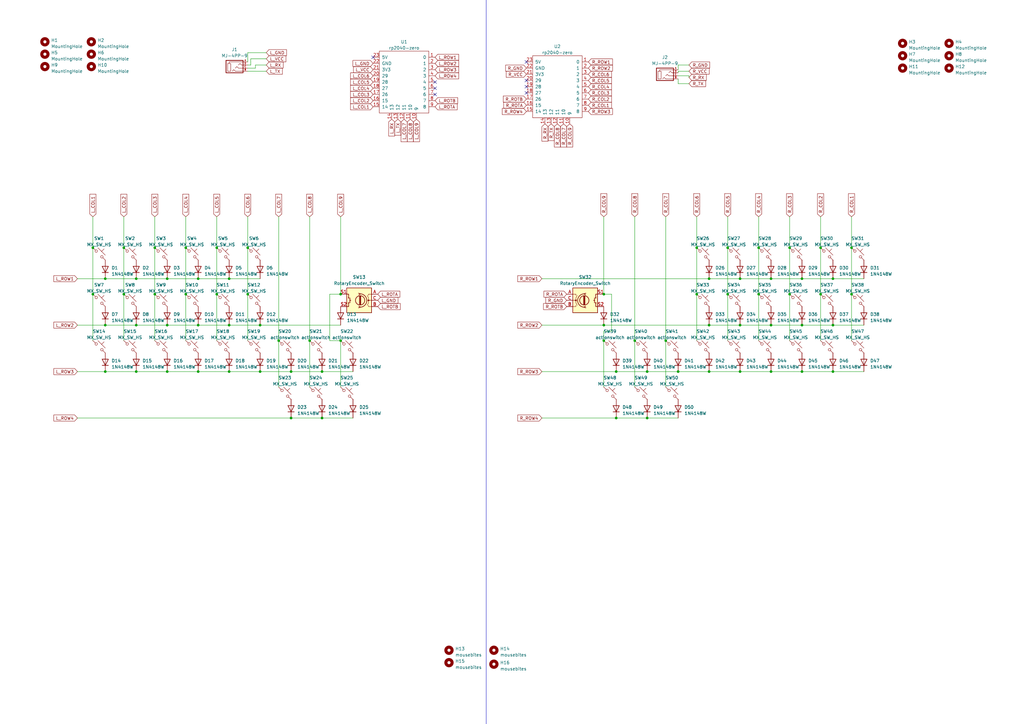
<source format=kicad_sch>
(kicad_sch (version 20230121) (generator eeschema)
  (paper "A3")
  (junction (at 43.18 114.3))
  (junction (at 341.63 133.35))
  (junction (at 139.7 139.7))
  (junction (at 93.98 152.4))
  (junction (at 68.58 114.3))
  (junction (at 139.7 120.65))
  (junction (at 316.23 133.35))
  (junction (at 68.58 133.35))
  (junction (at 328.93 114.3))
  (junction (at 247.65 120.65))
  (junction (at 323.85 101.6))
  (junction (at 349.25 120.65))
  (junction (at 273.05 139.7))
  (junction (at 247.65 139.7))
  (junction (at 303.53 133.35))
  (junction (at 290.83 114.3))
  (junction (at 260.35 139.7))
  (junction (at 341.63 114.3))
  (junction (at 76.2 101.6))
  (junction (at 63.5 101.6))
  (junction (at 55.88 152.4))
  (junction (at 81.28 114.3))
  (junction (at 341.63 152.4))
  (junction (at 265.43 171.45))
  (junction (at 303.53 152.4))
  (junction (at 298.45 101.6))
  (junction (at 106.68 152.4))
  (junction (at 349.25 101.6))
  (junction (at 76.2 120.65))
  (junction (at 55.88 133.35))
  (junction (at 93.98 114.3))
  (junction (at 252.73 152.4))
  (junction (at 38.1 101.6))
  (junction (at 101.6 101.6))
  (junction (at 50.8 101.6))
  (junction (at 38.1 120.65))
  (junction (at 328.93 133.35))
  (junction (at 106.68 133.35))
  (junction (at 336.55 101.6))
  (junction (at 68.58 152.4))
  (junction (at 88.9 101.6))
  (junction (at 298.45 120.65))
  (junction (at 285.75 101.6))
  (junction (at 119.38 152.4))
  (junction (at 81.28 133.35))
  (junction (at 43.18 152.4))
  (junction (at 132.08 152.4))
  (junction (at 127 139.7))
  (junction (at 114.3 139.7))
  (junction (at 119.38 171.45))
  (junction (at 93.98 133.35))
  (junction (at 55.88 114.3))
  (junction (at 43.18 133.35))
  (junction (at 247.65 133.35))
  (junction (at 323.85 120.65))
  (junction (at 316.23 114.3))
  (junction (at 336.55 120.65))
  (junction (at 290.83 152.4))
  (junction (at 265.43 152.4))
  (junction (at 278.13 152.4))
  (junction (at 316.23 152.4))
  (junction (at 252.73 171.45))
  (junction (at 328.93 152.4))
  (junction (at 285.75 120.65))
  (junction (at 81.28 152.4))
  (junction (at 311.15 120.65))
  (junction (at 311.15 101.6))
  (junction (at 88.9 120.65))
  (junction (at 290.83 133.35))
  (junction (at 101.6 120.65))
  (junction (at 303.53 114.3))
  (junction (at 132.08 171.45))
  (junction (at 63.5 120.65))
  (junction (at 50.8 120.65))
  (no_connect (at 215.9 35.56))
  (no_connect (at 215.9 33.02))
  (no_connect (at 178.435 38.735))
  (no_connect (at 215.9 25.4))
  (no_connect (at 215.9 38.1))
  (no_connect (at 178.435 33.655))
  (no_connect (at 178.435 36.195))
  (no_connect (at 153.035 23.495))
  (wire (pts (xy 119.38 171.45) (xy 132.08 171.45)))
  (wire (pts (xy 303.53 133.35) (xy 316.23 133.35)))
  (wire (pts (xy 349.25 88.9) (xy 349.25 101.6)))
  (wire (pts (xy 260.35 88.9) (xy 260.35 139.7)))
  (wire (pts (xy 50.8 88.9) (xy 50.8 101.6)))
  (wire (pts (xy 127 88.9) (xy 127 139.7)))
  (wire (pts (xy 31.75 114.3) (xy 43.18 114.3)))
  (wire (pts (xy 222.25 171.45) (xy 252.73 171.45)))
  (wire (pts (xy 93.98 133.35) (xy 106.68 133.35)))
  (wire (pts (xy 285.75 120.65) (xy 285.75 139.7)))
  (wire (pts (xy 106.68 133.35) (xy 139.7 133.35)))
  (wire (pts (xy 328.93 152.4) (xy 341.63 152.4)))
  (wire (pts (xy 63.5 120.65) (xy 63.5 139.7)))
  (wire (pts (xy 316.23 152.4) (xy 328.93 152.4)))
  (wire (pts (xy 101.6 29.21) (xy 109.22 29.21)))
  (wire (pts (xy 50.8 120.65) (xy 50.8 139.7)))
  (wire (pts (xy 88.9 101.6) (xy 88.9 120.65)))
  (wire (pts (xy 101.6 25.4) (xy 101.6 21.59)))
  (wire (pts (xy 101.6 26.67) (xy 102.87 26.67)))
  (wire (pts (xy 336.55 101.6) (xy 336.55 120.65)))
  (wire (pts (xy 290.83 114.3) (xy 303.53 114.3)))
  (wire (pts (xy 76.2 120.65) (xy 76.2 139.7)))
  (wire (pts (xy 247.65 135.89) (xy 247.65 139.7)))
  (wire (pts (xy 290.83 152.4) (xy 303.53 152.4)))
  (wire (pts (xy 323.85 88.9) (xy 323.85 101.6)))
  (wire (pts (xy 222.25 152.4) (xy 252.73 152.4)))
  (wire (pts (xy 31.75 171.45) (xy 119.38 171.45)))
  (wire (pts (xy 336.55 120.65) (xy 336.55 139.7)))
  (wire (pts (xy 81.28 133.35) (xy 93.98 133.35)))
  (wire (pts (xy 328.93 133.35) (xy 341.63 133.35)))
  (wire (pts (xy 316.23 133.35) (xy 328.93 133.35)))
  (wire (pts (xy 260.35 139.7) (xy 260.35 158.75)))
  (wire (pts (xy 290.83 133.35) (xy 303.53 133.35)))
  (wire (pts (xy 104.775 27.94) (xy 104.775 26.67)))
  (wire (pts (xy 68.58 114.3) (xy 81.28 114.3)))
  (wire (pts (xy 38.1 88.9) (xy 38.1 101.6)))
  (wire (pts (xy 31.75 152.4) (xy 43.18 152.4)))
  (wire (pts (xy 278.13 32.385) (xy 278.13 34.29)))
  (wire (pts (xy 81.28 152.4) (xy 93.98 152.4)))
  (wire (pts (xy 250.825 120.65) (xy 250.825 135.89)))
  (wire (pts (xy 88.9 88.9) (xy 88.9 101.6)))
  (wire (pts (xy 114.3 139.7) (xy 114.3 158.75)))
  (wire (pts (xy 311.15 88.9) (xy 311.15 101.6)))
  (wire (pts (xy 55.88 152.4) (xy 68.58 152.4)))
  (wire (pts (xy 68.58 152.4) (xy 81.28 152.4)))
  (wire (pts (xy 106.68 152.4) (xy 119.38 152.4)))
  (wire (pts (xy 278.13 29.21) (xy 278.13 29.845)))
  (wire (pts (xy 222.25 133.35) (xy 247.65 133.35)))
  (wire (pts (xy 104.775 26.67) (xy 109.22 26.67)))
  (wire (pts (xy 298.45 120.65) (xy 298.45 139.7)))
  (wire (pts (xy 311.15 101.6) (xy 311.15 120.65)))
  (wire (pts (xy 247.65 88.9) (xy 247.65 120.65)))
  (wire (pts (xy 298.45 101.6) (xy 298.45 120.65)))
  (wire (pts (xy 135.255 139.7) (xy 139.7 139.7)))
  (wire (pts (xy 127 139.7) (xy 127 158.75)))
  (wire (pts (xy 278.13 28.575) (xy 278.13 26.67)))
  (wire (pts (xy 31.75 133.35) (xy 43.18 133.35)))
  (wire (pts (xy 38.1 120.65) (xy 38.1 139.7)))
  (wire (pts (xy 278.13 31.115) (xy 282.575 31.115)))
  (wire (pts (xy 139.7 120.65) (xy 135.255 120.65)))
  (wire (pts (xy 265.43 152.4) (xy 278.13 152.4)))
  (wire (pts (xy 101.6 101.6) (xy 101.6 120.65)))
  (wire (pts (xy 349.25 101.6) (xy 349.25 120.65)))
  (wire (pts (xy 303.53 114.3) (xy 316.23 114.3)))
  (wire (pts (xy 135.255 120.65) (xy 135.255 139.7)))
  (wire (pts (xy 55.88 133.35) (xy 68.58 133.35)))
  (wire (pts (xy 285.75 88.9) (xy 285.75 101.6)))
  (wire (pts (xy 323.85 120.65) (xy 323.85 139.7)))
  (wire (pts (xy 55.88 114.3) (xy 68.58 114.3)))
  (wire (pts (xy 101.6 120.65) (xy 101.6 139.7)))
  (polyline (pts (xy 199.39 -12.7) (xy 199.39 308.61)))
  (wire (pts (xy 93.98 114.3) (xy 106.68 114.3)))
  (wire (pts (xy 282.575 29.21) (xy 278.13 29.21)))
  (wire (pts (xy 341.63 152.4) (xy 354.33 152.4)))
  (wire (pts (xy 278.13 26.67) (xy 282.575 26.67)))
  (wire (pts (xy 298.45 88.9) (xy 298.45 101.6)))
  (wire (pts (xy 102.87 24.13) (xy 102.87 26.67)))
  (wire (pts (xy 250.825 135.89) (xy 247.65 135.89)))
  (wire (pts (xy 101.6 88.9) (xy 101.6 101.6)))
  (wire (pts (xy 109.22 24.13) (xy 102.87 24.13)))
  (wire (pts (xy 285.75 101.6) (xy 285.75 120.65)))
  (wire (pts (xy 81.28 114.3) (xy 93.98 114.3)))
  (wire (pts (xy 63.5 101.6) (xy 63.5 120.65)))
  (wire (pts (xy 311.15 120.65) (xy 311.15 139.7)))
  (wire (pts (xy 316.23 114.3) (xy 328.93 114.3)))
  (wire (pts (xy 119.38 152.4) (xy 132.08 152.4)))
  (wire (pts (xy 43.18 152.4) (xy 55.88 152.4)))
  (wire (pts (xy 43.18 114.3) (xy 55.88 114.3)))
  (wire (pts (xy 273.05 139.7) (xy 273.05 158.75)))
  (wire (pts (xy 247.65 133.35) (xy 290.83 133.35)))
  (wire (pts (xy 328.93 114.3) (xy 341.63 114.3)))
  (wire (pts (xy 323.85 101.6) (xy 323.85 120.65)))
  (wire (pts (xy 252.73 152.4) (xy 265.43 152.4)))
  (wire (pts (xy 247.65 120.65) (xy 250.825 120.65)))
  (wire (pts (xy 76.2 88.9) (xy 76.2 101.6)))
  (wire (pts (xy 341.63 114.3) (xy 354.33 114.3)))
  (wire (pts (xy 139.7 88.9) (xy 139.7 120.65)))
  (wire (pts (xy 88.9 120.65) (xy 88.9 139.7)))
  (wire (pts (xy 139.7 139.7) (xy 139.7 158.75)))
  (wire (pts (xy 349.25 120.65) (xy 349.25 139.7)))
  (wire (pts (xy 341.63 133.35) (xy 354.33 133.35)))
  (wire (pts (xy 265.43 171.45) (xy 278.13 171.45)))
  (wire (pts (xy 247.65 139.7) (xy 247.65 158.75)))
  (wire (pts (xy 68.58 133.35) (xy 81.28 133.35)))
  (wire (pts (xy 93.98 152.4) (xy 106.68 152.4)))
  (wire (pts (xy 273.05 88.9) (xy 273.05 139.7)))
  (wire (pts (xy 76.2 101.6) (xy 76.2 120.65)))
  (wire (pts (xy 336.55 88.9) (xy 336.55 101.6)))
  (wire (pts (xy 132.08 152.4) (xy 144.78 152.4)))
  (wire (pts (xy 278.13 152.4) (xy 290.83 152.4)))
  (wire (pts (xy 252.73 171.45) (xy 265.43 171.45)))
  (wire (pts (xy 282.575 31.115) (xy 282.575 31.75)))
  (wire (pts (xy 63.5 88.9) (xy 63.5 101.6)))
  (wire (pts (xy 303.53 152.4) (xy 316.23 152.4)))
  (wire (pts (xy 278.13 34.29) (xy 282.575 34.29)))
  (wire (pts (xy 222.25 114.3) (xy 290.83 114.3)))
  (wire (pts (xy 114.3 88.9) (xy 114.3 139.7)))
  (wire (pts (xy 101.6 21.59) (xy 109.22 21.59)))
  (wire (pts (xy 50.8 101.6) (xy 50.8 120.65)))
  (wire (pts (xy 101.6 27.94) (xy 104.775 27.94)))
  (wire (pts (xy 43.18 133.35) (xy 55.88 133.35)))
  (wire (pts (xy 132.08 171.45) (xy 144.78 171.45)))
  (wire (pts (xy 38.1 101.6) (xy 38.1 120.65)))
  (global_label "L_ROW3" (shape input) (at 178.435 28.575 0) (property "Intersheetrefs" "${INTERSHEET_REFS}" (effects hide)))
  (global_label "R_COL1" (shape input) (at 349.25 88.9 90) (property "Intersheetrefs" "${INTERSHEET_REFS}" (effects hide)))
  (global_label "L_COL5" (shape input) (at 88.9 88.9 90) (property "Intersheetrefs" "${INTERSHEET_REFS}" (effects hide)))
  (global_label "L_COL3" (shape input) (at 153.035 38.735 180) (property "Intersheetrefs" "${INTERSHEET_REFS}" (effects hide)))
  (global_label "R_VCC" (shape input) (at 215.9 30.48 180) (property "Intersheetrefs" "${INTERSHEET_REFS}" (effects hide)))
  (global_label "R_COL4" (shape input) (at 311.15 88.9 90) (property "Intersheetrefs" "${INTERSHEET_REFS}" (effects hide)))
  (global_label "L_COL1" (shape input) (at 38.1 88.9 90) (property "Intersheetrefs" "${INTERSHEET_REFS}" (effects hide)))
  (global_label "L_GND" (shape input) (at 154.94 123.19 0) (property "Intersheetrefs" "${INTERSHEET_REFS}" (effects hide)))
  (global_label "R_TX" (shape input) (at 282.575 34.29 0) (property "Intersheetrefs" "${INTERSHEET_REFS}" (effects hide)))
  (global_label "L_ROW4" (shape input) (at 31.75 171.45 180) (property "Intersheetrefs" "${INTERSHEET_REFS}" (effects hide)))
  (global_label "L_COL8" (shape input) (at 168.275 48.895 270) (property "Intersheetrefs" "${INTERSHEET_REFS}" (effects hide)))
  (global_label "R_TX" (shape input) (at 226.06 50.8 270) (property "Intersheetrefs" "${INTERSHEET_REFS}" (effects hide)))
  (global_label "R_COL3" (shape input) (at 323.85 88.9 90) (property "Intersheetrefs" "${INTERSHEET_REFS}" (effects hide)))
  (global_label "R_COL2" (shape input) (at 336.55 88.9 90) (property "Intersheetrefs" "${INTERSHEET_REFS}" (effects hide)))
  (global_label "L_COL2" (shape input) (at 153.035 41.275 180) (property "Intersheetrefs" "${INTERSHEET_REFS}" (effects hide)))
  (global_label "L_ROTB" (shape input) (at 178.435 41.275 0) (property "Intersheetrefs" "${INTERSHEET_REFS}" (effects hide)))
  (global_label "L_COL7" (shape input) (at 165.735 48.895 270) (property "Intersheetrefs" "${INTERSHEET_REFS}" (effects hide)))
  (global_label "R_ROW1" (shape input) (at 222.25 114.3 180) (property "Intersheetrefs" "${INTERSHEET_REFS}" (effects hide)))
  (global_label "L_COL5" (shape input) (at 153.035 33.655 180) (property "Intersheetrefs" "${INTERSHEET_REFS}" (effects hide)))
  (global_label "R_COL2" (shape input) (at 241.3 40.64 0) (property "Intersheetrefs" "${INTERSHEET_REFS}" (effects hide)))
  (global_label "L_ROW2" (shape input) (at 178.435 26.035 0) (property "Intersheetrefs" "${INTERSHEET_REFS}" (effects hide)))
  (global_label "L_COL3" (shape input) (at 63.5 88.9 90) (property "Intersheetrefs" "${INTERSHEET_REFS}" (effects hide)))
  (global_label "L_GND" (shape input) (at 153.035 26.035 180) (property "Intersheetrefs" "${INTERSHEET_REFS}" (effects hide)))
  (global_label "L_RX" (shape input) (at 160.655 48.895 270) (property "Intersheetrefs" "${INTERSHEET_REFS}" (effects hide)))
  (global_label "R_COL7" (shape input) (at 273.05 88.9 90) (property "Intersheetrefs" "${INTERSHEET_REFS}" (effects hide)))
  (global_label "L_COL6" (shape input) (at 153.035 31.115 180) (property "Intersheetrefs" "${INTERSHEET_REFS}" (effects hide)))
  (global_label "R_COL8" (shape input) (at 228.6 50.8 270) (property "Intersheetrefs" "${INTERSHEET_REFS}" (effects hide)))
  (global_label "R_ROTA" (shape input) (at 232.41 120.65 180) (property "Intersheetrefs" "${INTERSHEET_REFS}" (effects hide)))
  (global_label "L_VCC" (shape input) (at 153.035 28.575 180) (property "Intersheetrefs" "${INTERSHEET_REFS}" (effects hide)))
  (global_label "L_ROW2" (shape input) (at 31.75 133.35 180) (property "Intersheetrefs" "${INTERSHEET_REFS}" (effects hide)))
  (global_label "R_ROTB" (shape input) (at 232.41 125.73 180) (property "Intersheetrefs" "${INTERSHEET_REFS}" (effects hide)))
  (global_label "R_ROW4" (shape input) (at 222.25 171.45 180) (property "Intersheetrefs" "${INTERSHEET_REFS}" (effects hide)))
  (global_label "R_ROW2" (shape input) (at 222.25 133.35 180) (property "Intersheetrefs" "${INTERSHEET_REFS}" (effects hide)))
  (global_label "R_ROW3" (shape input) (at 222.25 152.4 180) (property "Intersheetrefs" "${INTERSHEET_REFS}" (effects hide)))
  (global_label "R_RX" (shape input) (at 282.575 31.75 0) (property "Intersheetrefs" "${INTERSHEET_REFS}" (effects hide)))
  (global_label "L_ROTA" (shape input) (at 154.94 120.65 0) (property "Intersheetrefs" "${INTERSHEET_REFS}" (effects hide)))
  (global_label "L_TX" (shape input) (at 163.195 48.895 270) (property "Intersheetrefs" "${INTERSHEET_REFS}" (effects hide)))
  (global_label "R_COL9" (shape input) (at 233.68 50.8 270) (property "Intersheetrefs" "${INTERSHEET_REFS}" (effects hide)))
  (global_label "L_COL1" (shape input) (at 153.035 43.815 180) (property "Intersheetrefs" "${INTERSHEET_REFS}" (effects hide)))
  (global_label "L_ROTA" (shape input) (at 178.435 43.815 0) (property "Intersheetrefs" "${INTERSHEET_REFS}" (effects hide)))
  (global_label "L_COL4" (shape input) (at 153.035 36.195 180) (property "Intersheetrefs" "${INTERSHEET_REFS}" (effects hide)))
  (global_label "L_ROW1" (shape input) (at 178.435 23.495 0) (property "Intersheetrefs" "${INTERSHEET_REFS}" (effects hide)))
  (global_label "L_COL2" (shape input) (at 50.8 88.9 90) (property "Intersheetrefs" "${INTERSHEET_REFS}" (effects hide)))
  (global_label "L_ROW1" (shape input) (at 31.75 114.3 180) (property "Intersheetrefs" "${INTERSHEET_REFS}" (effects hide)))
  (global_label "L_COL8" (shape input) (at 127 88.9 90) (property "Intersheetrefs" "${INTERSHEET_REFS}" (effects hide)))
  (global_label "R_ROW2" (shape input) (at 241.3 27.94 0) (property "Intersheetrefs" "${INTERSHEET_REFS}" (effects hide)))
  (global_label "R_GND" (shape input) (at 215.9 27.94 180) (property "Intersheetrefs" "${INTERSHEET_REFS}" (effects hide)))
  (global_label "R_COL5" (shape input) (at 241.3 33.02 0) (property "Intersheetrefs" "${INTERSHEET_REFS}" (effects hide)))
  (global_label "R_COL9" (shape input) (at 247.65 88.9 90) (property "Intersheetrefs" "${INTERSHEET_REFS}" (effects hide)))
  (global_label "R_COL8" (shape input) (at 260.35 88.9 90) (property "Intersheetrefs" "${INTERSHEET_REFS}" (effects hide)))
  (global_label "R_ROTA" (shape input) (at 215.9 43.18 180) (property "Intersheetrefs" "${INTERSHEET_REFS}" (effects hide)))
  (global_label "L_ROW3" (shape input) (at 31.75 152.4 180) (property "Intersheetrefs" "${INTERSHEET_REFS}" (effects hide)))
  (global_label "L_GND" (shape input) (at 109.22 21.59 0) (property "Intersheetrefs" "${INTERSHEET_REFS}" (effects hide)))
  (global_label "L_COL6" (shape input) (at 101.6 88.9 90) (property "Intersheetrefs" "${INTERSHEET_REFS}" (effects hide)))
  (global_label "L_COL7" (shape input) (at 114.3 88.9 90) (property "Intersheetrefs" "${INTERSHEET_REFS}" (effects hide)))
  (global_label "R_COL3" (shape input) (at 241.3 38.1 0) (property "Intersheetrefs" "${INTERSHEET_REFS}" (effects hide)))
  (global_label "R_COL6" (shape input) (at 241.3 30.48 0) (property "Intersheetrefs" "${INTERSHEET_REFS}" (effects hide)))
  (global_label "R_ROTB" (shape input) (at 215.9 40.64 180) (property "Intersheetrefs" "${INTERSHEET_REFS}" (effects hide)))
  (global_label "R_COL1" (shape input) (at 241.3 43.18 0) (property "Intersheetrefs" "${INTERSHEET_REFS}" (effects hide)))
  (global_label "R_GND" (shape input) (at 282.575 26.67 0) (property "Intersheetrefs" "${INTERSHEET_REFS}" (effects hide)))
  (global_label "R_RX" (shape input) (at 223.52 50.8 270) (property "Intersheetrefs" "${INTERSHEET_REFS}" (effects hide)))
  (global_label "L_COL9" (shape input) (at 139.7 88.9 90) (property "Intersheetrefs" "${INTERSHEET_REFS}" (effects hide)))
  (global_label "L_COL9" (shape input) (at 170.815 48.895 270) (property "Intersheetrefs" "${INTERSHEET_REFS}" (effects hide)))
  (global_label "R_COL4" (shape input) (at 241.3 35.56 0) (property "Intersheetrefs" "${INTERSHEET_REFS}" (effects hide)))
  (global_label "L_TX" (shape input) (at 109.22 29.21 0) (property "Intersheetrefs" "${INTERSHEET_REFS}" (effects hide)))
  (global_label "L_RX" (shape input) (at 109.22 26.67 0) (property "Intersheetrefs" "${INTERSHEET_REFS}" (effects hide)))
  (global_label "L_ROTB" (shape input) (at 154.94 125.73 0) (property "Intersheetrefs" "${INTERSHEET_REFS}" (effects hide)))
  (global_label "R_ROW4" (shape input) (at 215.9 45.72 180) (property "Intersheetrefs" "${INTERSHEET_REFS}" (effects hide)))
  (global_label "L_ROW4" (shape input) (at 178.435 31.115 0) (property "Intersheetrefs" "${INTERSHEET_REFS}" (effects hide)))
  (global_label "R_VCC" (shape input) (at 282.575 29.21 0) (property "Intersheetrefs" "${INTERSHEET_REFS}" (effects hide)))
  (global_label "R_COL5" (shape input) (at 298.45 88.9 90) (property "Intersheetrefs" "${INTERSHEET_REFS}" (effects hide)))
  (global_label "R_COL7" (shape input) (at 231.14 50.8 270) (property "Intersheetrefs" "${INTERSHEET_REFS}" (effects hide)))
  (global_label "R_COL6" (shape input) (at 285.75 88.9 90) (property "Intersheetrefs" "${INTERSHEET_REFS}" (effects hide)))
  (global_label "R_GND" (shape input) (at 232.41 123.19 180) (property "Intersheetrefs" "${INTERSHEET_REFS}" (effects hide)))
  (global_label "R_ROW1" (shape input) (at 241.3 25.4 0) (property "Intersheetrefs" "${INTERSHEET_REFS}" (effects hide)))
  (global_label "L_COL4" (shape input) (at 76.2 88.9 90) (property "Intersheetrefs" "${INTERSHEET_REFS}" (effects hide)))
  (global_label "R_ROW3" (shape input) (at 241.3 45.72 0) (property "Intersheetrefs" "${INTERSHEET_REFS}" (effects hide)))
  (global_label "L_VCC" (shape input) (at 109.22 24.13 0) (property "Intersheetrefs" "${INTERSHEET_REFS}" (effects hide)))
  (symbol (lib_id "sepp:rp2040-zero") (at 228.6 34.29 0) (unit 1)
    (property "Reference" "U2" (at 228.6 19.05 0))
    (property "Value" "rp2040-zero" (at 228.6 21.59 0))
    (property "Footprint" "sepp:rp2040-zero-tht" (effects hide))
  )
  (symbol (lib_id "sepp:MX_SW_HS") (at 275.59 161.29 0) (unit 1)
    (property "Reference" "SW50" (at 275.59 154.94 0))
    (property "Value" "MX_SW_HS" (at 275.59 157.48 0))
    (property "Footprint" "sepp:SW_MX_HS_1u" (effects hide))
  )
  (symbol (lib_id "sepp:MX_SW_HS") (at 91.44 104.14 0) (unit 1)
    (property "Reference" "SW5" (at 91.44 97.79 0))
    (property "Value" "MX_SW_HS" (at 91.44 100.33 0))
    (property "Footprint" "sepp:SW_MX_HS_1u" (effects hide))
  )
  (symbol (lib_id "sepp:MX_SW_HS") (at 40.64 142.24 0) (unit 1)
    (property "Reference" "SW14" (at 40.64 135.89 0))
    (property "Value" "MX_SW_HS" (at 40.64 138.43 0))
    (property "Footprint" "sepp:SW_MX_HS_1u" (effects hide))
  )
  (symbol (lib_id "sepp:MX_SW_HS") (at 351.79 142.24 0) (unit 1)
    (property "Reference" "SW47" (at 351.79 135.89 0))
    (property "Value" "MX_SW_HS" (at 351.79 138.43 0))
    (property "Footprint" "sepp:SW_MX_HS_1u" (effects hide))
  )
  (symbol (lib_id "Diode:1N4148W") (at 43.18 129.54 90) (unit 1)
    (property "Reference" "D7" (at 45.72 128.905 90) (effects (justify right)))
    (property "Value" "1N4148W" (at 45.72 131.445 90) (effects (justify right)))
    (property "Footprint" "sepp:D_SOD-123" (effects hide))
    (property "Datasheet" "https://www.vishay.com/docs/85748/1n4148w.pdf" (effects hide))
    (property "Sim.Device" "D" (effects hide))
    (property "Sim.Pins" "1=K 2=A" (effects hide))
  )
  (symbol (lib_id "sepp:MX_SW_HS") (at 53.34 104.14 0) (unit 1)
    (property "Reference" "SW2" (at 53.34 97.79 0))
    (property "Value" "MX_SW_HS" (at 53.34 100.33 0))
    (property "Footprint" "sepp:SW_MX_HS_1u" (effects hide))
  )
  (symbol (lib_id "Diode:1N4148W") (at 55.88 129.54 90) (unit 1)
    (property "Reference" "D8" (at 58.42 128.905 90) (effects (justify right)))
    (property "Value" "1N4148W" (at 58.42 131.445 90) (effects (justify right)))
    (property "Footprint" "sepp:D_SOD-123" (effects hide))
    (property "Datasheet" "https://www.vishay.com/docs/85748/1n4148w.pdf" (effects hide))
    (property "Sim.Device" "D" (effects hide))
    (property "Sim.Pins" "1=K 2=A" (effects hide))
  )
  (symbol (lib_id "Mechanical:MountingHole") (at 18.415 17.145 0) (unit 1)
    (property "Reference" "H1" (at 20.955 16.51 0) (effects (justify left)))
    (property "Value" "MountingHole" (at 20.955 19.05 0) (effects (justify left)))
    (property "Footprint" "MountingHole:MountingHole_2.2mm_M2_DIN965" (effects hide))
  )
  (symbol (lib_id "Diode:1N4148W") (at 93.98 148.59 90) (unit 1)
    (property "Reference" "D18" (at 96.52 147.955 90) (effects (justify right)))
    (property "Value" "1N4148W" (at 96.52 150.495 90) (effects (justify right)))
    (property "Footprint" "sepp:D_SOD-123" (effects hide))
    (property "Datasheet" "https://www.vishay.com/docs/85748/1n4148w.pdf" (effects hide))
    (property "Sim.Device" "D" (effects hide))
    (property "Sim.Pins" "1=K 2=A" (effects hide))
  )
  (symbol (lib_id "sepp:MX_SW_HS") (at 326.39 104.14 0) (unit 1)
    (property "Reference" "SW29" (at 326.39 97.79 0))
    (property "Value" "MX_SW_HS" (at 326.39 100.33 0))
    (property "Footprint" "sepp:SW_MX_HS_1u" (effects hide))
  )
  (symbol (lib_id "Mechanical:MountingHole") (at 370.205 22.86 0) (unit 1)
    (property "Reference" "H7" (at 372.745 22.225 0) (effects (justify left)))
    (property "Value" "MountingHole" (at 372.745 24.765 0) (effects (justify left)))
    (property "Footprint" "MountingHole:MountingHole_2.2mm_M2_DIN965" (effects hide))
  )
  (symbol (lib_id "Diode:1N4148W") (at 93.98 110.49 90) (unit 1)
    (property "Reference" "D5" (at 96.52 109.855 90) (effects (justify right)))
    (property "Value" "1N4148W" (at 96.52 112.395 90) (effects (justify right)))
    (property "Footprint" "sepp:D_SOD-123" (effects hide))
    (property "Datasheet" "https://www.vishay.com/docs/85748/1n4148w.pdf" (effects hide))
    (property "Sim.Device" "D" (effects hide))
    (property "Sim.Pins" "1=K 2=A" (effects hide))
  )
  (symbol (lib_id "Diode:1N4148W") (at 139.7 129.54 90) (unit 1)
    (property "Reference" "D13" (at 142.24 128.905 90) (effects (justify right)))
    (property "Value" "1N4148W" (at 142.24 131.445 90) (effects (justify right)))
    (property "Footprint" "sepp:D_SOD-123" (effects hide))
    (property "Datasheet" "https://www.vishay.com/docs/85748/1n4148w.pdf" (effects hide))
    (property "Sim.Device" "D" (effects hide))
    (property "Sim.Pins" "1=K 2=A" (effects hide))
  )
  (symbol (lib_id "Diode:1N4148W") (at 290.83 129.54 90) (unit 1)
    (property "Reference" "D33" (at 293.37 128.905 90) (effects (justify right)))
    (property "Value" "1N4148W" (at 293.37 131.445 90) (effects (justify right)))
    (property "Footprint" "sepp:D_SOD-123" (effects hide))
    (property "Datasheet" "https://www.vishay.com/docs/85748/1n4148w.pdf" (effects hide))
    (property "Sim.Device" "D" (effects hide))
    (property "Sim.Pins" "1=K 2=A" (effects hide))
  )
  (symbol (lib_id "Diode:1N4148W") (at 354.33 129.54 90) (unit 1)
    (property "Reference" "D38" (at 356.87 128.905 90) (effects (justify right)))
    (property "Value" "1N4148W" (at 356.87 131.445 90) (effects (justify right)))
    (property "Footprint" "sepp:D_SOD-123" (effects hide))
    (property "Datasheet" "https://www.vishay.com/docs/85748/1n4148w.pdf" (effects hide))
    (property "Sim.Device" "D" (effects hide))
    (property "Sim.Pins" "1=K 2=A" (effects hide))
  )
  (symbol (lib_id "sepp:MX_SW_HS") (at 91.44 123.19 0) (unit 1)
    (property "Reference" "SW11" (at 91.44 116.84 0))
    (property "Value" "MX_SW_HS" (at 91.44 119.38 0))
    (property "Footprint" "sepp:SW_MX_HS_1u" (effects hide))
  )
  (symbol (lib_id "sepp:MJ-4PP-9") (at 273.05 30.48 0) (unit 1)
    (property "Reference" "J2" (at 272.7325 23.495 0))
    (property "Value" "MJ-4PP-9" (at 272.7325 26.035 0))
    (property "Footprint" "sepp:MJ-4PP-9" (effects hide))
  )
  (symbol (lib_id "Mechanical:MountingHole") (at 18.415 22.225 0) (unit 1)
    (property "Reference" "H5" (at 20.955 21.59 0) (effects (justify left)))
    (property "Value" "MountingHole" (at 20.955 24.13 0) (effects (justify left)))
    (property "Footprint" "MountingHole:MountingHole_2.2mm_M2_DIN965" (effects hide))
  )
  (symbol (lib_id "sepp:rp2040-zero") (at 165.735 32.385 0) (unit 1)
    (property "Reference" "U1" (at 165.735 17.145 0))
    (property "Value" "rp2040-zero" (at 165.735 19.685 0))
    (property "Footprint" "sepp:rp2040-zero-tht" (effects hide))
  )
  (symbol (lib_id "sepp:MX_SW_HS") (at 40.64 123.19 0) (unit 1)
    (property "Reference" "SW7" (at 40.64 116.84 0))
    (property "Value" "MX_SW_HS" (at 40.64 119.38 0))
    (property "Footprint" "sepp:SW_MX_HS_1u" (effects hide))
  )
  (symbol (lib_id "Diode:1N4148W") (at 55.88 110.49 90) (unit 1)
    (property "Reference" "D2" (at 58.42 109.855 90) (effects (justify right)))
    (property "Value" "1N4148W" (at 58.42 112.395 90) (effects (justify right)))
    (property "Footprint" "sepp:D_SOD-123" (effects hide))
    (property "Datasheet" "https://www.vishay.com/docs/85748/1n4148w.pdf" (effects hide))
    (property "Sim.Device" "D" (effects hide))
    (property "Sim.Pins" "1=K 2=A" (effects hide))
  )
  (symbol (lib_id "Diode:1N4148W") (at 144.78 148.59 90) (unit 1)
    (property "Reference" "D22" (at 147.32 147.955 90) (effects (justify right)))
    (property "Value" "1N4148W" (at 147.32 150.495 90) (effects (justify right)))
    (property "Footprint" "sepp:D_SOD-123" (effects hide))
    (property "Datasheet" "https://www.vishay.com/docs/85748/1n4148w.pdf" (effects hide))
    (property "Sim.Device" "D" (effects hide))
    (property "Sim.Pins" "1=K 2=A" (effects hide))
  )
  (symbol (lib_id "sepp:MX_SW_HS") (at 313.69 123.19 0) (unit 1)
    (property "Reference" "SW35" (at 313.69 116.84 0))
    (property "Value" "MX_SW_HS" (at 313.69 119.38 0))
    (property "Footprint" "sepp:SW_MX_HS_1u" (effects hide))
  )
  (symbol (lib_id "Diode:1N4148W") (at 55.88 148.59 90) (unit 1)
    (property "Reference" "D15" (at 58.42 147.955 90) (effects (justify right)))
    (property "Value" "1N4148W" (at 58.42 150.495 90) (effects (justify right)))
    (property "Footprint" "sepp:D_SOD-123" (effects hide))
    (property "Datasheet" "https://www.vishay.com/docs/85748/1n4148w.pdf" (effects hide))
    (property "Sim.Device" "D" (effects hide))
    (property "Sim.Pins" "1=K 2=A" (effects hide))
  )
  (symbol (lib_id "sepp:MX_SW_HS") (at 326.39 123.19 0) (unit 1)
    (property "Reference" "SW36" (at 326.39 116.84 0))
    (property "Value" "MX_SW_HS" (at 326.39 119.38 0))
    (property "Footprint" "sepp:SW_MX_HS_1u" (effects hide))
  )
  (symbol (lib_id "Diode:1N4148W") (at 265.43 148.59 90) (unit 1)
    (property "Reference" "D40" (at 267.97 147.955 90) (effects (justify right)))
    (property "Value" "1N4148W" (at 267.97 150.495 90) (effects (justify right)))
    (property "Footprint" "sepp:D_SOD-123" (effects hide))
    (property "Datasheet" "https://www.vishay.com/docs/85748/1n4148w.pdf" (effects hide))
    (property "Sim.Device" "D" (effects hide))
    (property "Sim.Pins" "1=K 2=A" (effects hide))
  )
  (symbol (lib_id "Diode:1N4148W") (at 132.08 148.59 90) (unit 1)
    (property "Reference" "D21" (at 134.62 147.955 90) (effects (justify right)))
    (property "Value" "1N4148W" (at 134.62 150.495 90) (effects (justify right)))
    (property "Footprint" "sepp:D_SOD-123" (effects hide))
    (property "Datasheet" "https://www.vishay.com/docs/85748/1n4148w.pdf" (effects hide))
    (property "Sim.Device" "D" (effects hide))
    (property "Sim.Pins" "1=K 2=A" (effects hide))
  )
  (symbol (lib_id "Diode:1N4148W") (at 328.93 129.54 90) (unit 1)
    (property "Reference" "D36" (at 331.47 128.905 90) (effects (justify right)))
    (property "Value" "1N4148W" (at 331.47 131.445 90) (effects (justify right)))
    (property "Footprint" "sepp:D_SOD-123" (effects hide))
    (property "Datasheet" "https://www.vishay.com/docs/85748/1n4148w.pdf" (effects hide))
    (property "Sim.Device" "D" (effects hide))
    (property "Sim.Pins" "1=K 2=A" (effects hide))
  )
  (symbol (lib_id "Diode:1N4148W") (at 328.93 110.49 90) (unit 1)
    (property "Reference" "D29" (at 331.47 109.855 90) (effects (justify right)))
    (property "Value" "1N4148W" (at 331.47 112.395 90) (effects (justify right)))
    (property "Footprint" "sepp:D_SOD-123" (effects hide))
    (property "Datasheet" "https://www.vishay.com/docs/85748/1n4148w.pdf" (effects hide))
    (property "Sim.Device" "D" (effects hide))
    (property "Sim.Pins" "1=K 2=A" (effects hide))
  )
  (symbol (lib_id "sepp:MX_SW_HS") (at 339.09 123.19 0) (unit 1)
    (property "Reference" "SW37" (at 339.09 116.84 0))
    (property "Value" "MX_SW_HS" (at 339.09 119.38 0))
    (property "Footprint" "sepp:SW_MX_HS_1u" (effects hide))
  )
  (symbol (lib_id "Diode:1N4148W") (at 132.08 167.64 90) (unit 1)
    (property "Reference" "D24" (at 134.62 167.005 90) (effects (justify right)))
    (property "Value" "1N4148W" (at 134.62 169.545 90) (effects (justify right)))
    (property "Footprint" "sepp:D_SOD-123" (effects hide))
    (property "Datasheet" "https://www.vishay.com/docs/85748/1n4148w.pdf" (effects hide))
    (property "Sim.Device" "D" (effects hide))
    (property "Sim.Pins" "1=K 2=A" (effects hide))
  )
  (symbol (lib_id "sepp:MX_SW_HS") (at 326.39 142.24 0) (unit 1)
    (property "Reference" "SW45" (at 326.39 135.89 0))
    (property "Value" "MX_SW_HS" (at 326.39 138.43 0))
    (property "Footprint" "sepp:SW_MX_HS_1u" (effects hide))
  )
  (symbol (lib_id "Diode:1N4148W") (at 106.68 110.49 90) (unit 1)
    (property "Reference" "D6" (at 109.22 109.855 90) (effects (justify right)))
    (property "Value" "1N4148W" (at 109.22 112.395 90) (effects (justify right)))
    (property "Footprint" "sepp:D_SOD-123" (effects hide))
    (property "Datasheet" "https://www.vishay.com/docs/85748/1n4148w.pdf" (effects hide))
    (property "Sim.Device" "D" (effects hide))
    (property "Sim.Pins" "1=K 2=A" (effects hide))
  )
  (symbol (lib_id "Diode:1N4148W") (at 278.13 167.64 90) (unit 1)
    (property "Reference" "D50" (at 280.67 167.005 90) (effects (justify right)))
    (property "Value" "1N4148W" (at 280.67 169.545 90) (effects (justify right)))
    (property "Footprint" "sepp:D_SOD-123" (effects hide))
    (property "Datasheet" "https://www.vishay.com/docs/85748/1n4148w.pdf" (effects hide))
    (property "Sim.Device" "D" (effects hide))
    (property "Sim.Pins" "1=K 2=A" (effects hide))
  )
  (symbol (lib_id "Diode:1N4148W") (at 93.98 129.54 90) (unit 1)
    (property "Reference" "D11" (at 96.52 128.905 90) (effects (justify right)))
    (property "Value" "1N4148W" (at 96.52 131.445 90) (effects (justify right)))
    (property "Footprint" "sepp:D_SOD-123" (effects hide))
    (property "Datasheet" "https://www.vishay.com/docs/85748/1n4148w.pdf" (effects hide))
    (property "Sim.Device" "D" (effects hide))
    (property "Sim.Pins" "1=K 2=A" (effects hide))
  )
  (symbol (lib_id "Diode:1N4148W") (at 106.68 129.54 90) (unit 1)
    (property "Reference" "D12" (at 109.22 128.905 90) (effects (justify right)))
    (property "Value" "1N4148W" (at 109.22 131.445 90) (effects (justify right)))
    (property "Footprint" "sepp:D_SOD-123" (effects hide))
    (property "Datasheet" "https://www.vishay.com/docs/85748/1n4148w.pdf" (effects hide))
    (property "Sim.Device" "D" (effects hide))
    (property "Sim.Pins" "1=K 2=A" (effects hide))
  )
  (symbol (lib_id "sepp:MX_SW_HS") (at 351.79 104.14 0) (unit 1)
    (property "Reference" "SW31" (at 351.79 97.79 0))
    (property "Value" "MX_SW_HS" (at 351.79 100.33 0))
    (property "Footprint" "sepp:SW_MX_HS_1u" (effects hide))
  )
  (symbol (lib_id "sepp:actionswitch") (at 116.84 142.24 0) (unit 1)
    (property "Reference" "SW20" (at 116.84 135.89 0))
    (property "Value" "actionswitch" (at 116.84 138.43 0))
    (property "Footprint" "sepp:actionswitch" (effects hide))
  )
  (symbol (lib_id "sepp:MX_SW_HS") (at 339.09 142.24 0) (unit 1)
    (property "Reference" "SW46" (at 339.09 135.89 0))
    (property "Value" "MX_SW_HS" (at 339.09 138.43 0))
    (property "Footprint" "sepp:SW_MX_HS_1u" (effects hide))
  )
  (symbol (lib_id "sepp:MX_SW_HS") (at 313.69 104.14 0) (unit 1)
    (property "Reference" "SW28" (at 313.69 97.79 0))
    (property "Value" "MX_SW_HS" (at 313.69 100.33 0))
    (property "Footprint" "sepp:SW_MX_HS_1u" (effects hide))
  )
  (symbol (lib_id "Device:RotaryEncoder_Switch") (at 147.32 123.19 0) (mirror y) (unit 1)
    (property "Reference" "SW13" (at 147.32 113.665 0))
    (property "Value" "RotaryEncoder_Switch" (at 147.32 116.205 0))
    (property "Footprint" "sepp:RotaryEncoder_EC11" (effects hide))
  )
  (symbol (lib_id "sepp:MX_SW_HS") (at 78.74 142.24 0) (unit 1)
    (property "Reference" "SW17" (at 78.74 135.89 0))
    (property "Value" "MX_SW_HS" (at 78.74 138.43 0))
    (property "Footprint" "sepp:SW_MX_HS_1u" (effects hide))
  )
  (symbol (lib_id "sepp:MX_SW_HS") (at 250.19 161.29 0) (unit 1)
    (property "Reference" "SW48" (at 250.19 154.94 0))
    (property "Value" "MX_SW_HS" (at 250.19 157.48 0))
    (property "Footprint" "sepp:SW_MX_HS_1u" (effects hide))
  )
  (symbol (lib_id "sepp:MX_SW_HS") (at 288.29 104.14 0) (unit 1)
    (property "Reference" "SW26" (at 288.29 97.79 0))
    (property "Value" "MX_SW_HS" (at 288.29 100.33 0))
    (property "Footprint" "sepp:SW_MX_HS_1u" (effects hide))
  )
  (symbol (lib_id "sepp:MX_SW_HS") (at 104.14 104.14 0) (unit 1)
    (property "Reference" "SW6" (at 104.14 97.79 0))
    (property "Value" "MX_SW_HS" (at 104.14 100.33 0))
    (property "Footprint" "sepp:SW_MX_HS_1u" (effects hide))
  )
  (symbol (lib_id "Diode:1N4148W") (at 328.93 148.59 90) (unit 1)
    (property "Reference" "D45" (at 331.47 147.955 90) (effects (justify right)))
    (property "Value" "1N4148W" (at 331.47 150.495 90) (effects (justify right)))
    (property "Footprint" "sepp:D_SOD-123" (effects hide))
    (property "Datasheet" "https://www.vishay.com/docs/85748/1n4148w.pdf" (effects hide))
    (property "Sim.Device" "D" (effects hide))
    (property "Sim.Pins" "1=K 2=A" (effects hide))
  )
  (symbol (lib_id "sepp:actionswitch") (at 129.54 142.24 0) (unit 1)
    (property "Reference" "SW21" (at 129.54 135.89 0))
    (property "Value" "actionswitch" (at 129.54 138.43 0))
    (property "Footprint" "sepp:actionswitch" (effects hide))
  )
  (symbol (lib_id "sepp:actionswitch") (at 142.24 142.24 0) (unit 1)
    (property "Reference" "SW22" (at 142.24 135.89 0))
    (property "Value" "actionswitch" (at 142.24 138.43 0))
    (property "Footprint" "sepp:actionswitch" (effects hide))
  )
  (symbol (lib_id "sepp:mousebites") (at 184.15 271.78 0) (unit 1)
    (property "Reference" "H15" (at 186.69 271.145 0) (effects (justify left)))
    (property "Value" "mousebites" (at 186.69 273.685 0) (effects (justify left)))
    (property "Footprint" "sepp:breakaway-mousebites" (effects hide))
  )
  (symbol (lib_id "sepp:MX_SW_HS") (at 351.79 123.19 0) (unit 1)
    (property "Reference" "SW38" (at 351.79 116.84 0))
    (property "Value" "MX_SW_HS" (at 351.79 119.38 0))
    (property "Footprint" "sepp:SW_MX_HS_1u" (effects hide))
  )
  (symbol (lib_id "Mechanical:MountingHole") (at 389.255 22.86 0) (unit 1)
    (property "Reference" "H8" (at 391.795 22.225 0) (effects (justify left)))
    (property "Value" "MountingHole" (at 391.795 24.765 0) (effects (justify left)))
    (property "Footprint" "MountingHole:MountingHole_2.2mm_M2_DIN965" (effects hide))
  )
  (symbol (lib_id "Diode:1N4148W") (at 252.73 167.64 90) (unit 1)
    (property "Reference" "D48" (at 255.27 167.005 90) (effects (justify right)))
    (property "Value" "1N4148W" (at 255.27 169.545 90) (effects (justify right)))
    (property "Footprint" "sepp:D_SOD-123" (effects hide))
    (property "Datasheet" "https://www.vishay.com/docs/85748/1n4148w.pdf" (effects hide))
    (property "Sim.Device" "D" (effects hide))
    (property "Sim.Pins" "1=K 2=A" (effects hide))
  )
  (symbol (lib_id "Diode:1N4148W") (at 354.33 110.49 90) (unit 1)
    (property "Reference" "D31" (at 356.87 109.855 90) (effects (justify right)))
    (property "Value" "1N4148W" (at 356.87 112.395 90) (effects (justify right)))
    (property "Footprint" "sepp:D_SOD-123" (effects hide))
    (property "Datasheet" "https://www.vishay.com/docs/85748/1n4148w.pdf" (effects hide))
    (property "Sim.Device" "D" (effects hide))
    (property "Sim.Pins" "1=K 2=A" (effects hide))
  )
  (symbol (lib_id "sepp:MX_SW_HS") (at 288.29 123.19 0) (unit 1)
    (property "Reference" "SW33" (at 288.29 116.84 0))
    (property "Value" "MX_SW_HS" (at 288.29 119.38 0))
    (property "Footprint" "sepp:SW_MX_HS_1u" (effects hide))
  )
  (symbol (lib_id "Diode:1N4148W") (at 265.43 167.64 90) (unit 1)
    (property "Reference" "D49" (at 267.97 167.005 90) (effects (justify right)))
    (property "Value" "1N4148W" (at 267.97 169.545 90) (effects (justify right)))
    (property "Footprint" "sepp:D_SOD-123" (effects hide))
    (property "Datasheet" "https://www.vishay.com/docs/85748/1n4148w.pdf" (effects hide))
    (property "Sim.Device" "D" (effects hide))
    (property "Sim.Pins" "1=K 2=A" (effects hide))
  )
  (symbol (lib_id "Diode:1N4148W") (at 303.53 129.54 90) (unit 1)
    (property "Reference" "D34" (at 306.07 128.905 90) (effects (justify right)))
    (property "Value" "1N4148W" (at 306.07 131.445 90) (effects (justify right)))
    (property "Footprint" "sepp:D_SOD-123" (effects hide))
    (property "Datasheet" "https://www.vishay.com/docs/85748/1n4148w.pdf" (effects hide))
    (property "Sim.Device" "D" (effects hide))
    (property "Sim.Pins" "1=K 2=A" (effects hide))
  )
  (symbol (lib_id "sepp:MX_SW_HS") (at 129.54 161.29 0) (unit 1)
    (property "Reference" "SW24" (at 129.54 154.94 0))
    (property "Value" "MX_SW_HS" (at 129.54 157.48 0))
    (property "Footprint" "sepp:SW_MX_HS_1u" (effects hide))
  )
  (symbol (lib_id "Diode:1N4148W") (at 106.68 148.59 90) (unit 1)
    (property "Reference" "D19" (at 109.22 147.955 90) (effects (justify right)))
    (property "Value" "1N4148W" (at 109.22 150.495 90) (effects (justify right)))
    (property "Footprint" "sepp:D_SOD-123" (effects hide))
    (property "Datasheet" "https://www.vishay.com/docs/85748/1n4148w.pdf" (effects hide))
    (property "Sim.Device" "D" (effects hide))
    (property "Sim.Pins" "1=K 2=A" (effects hide))
  )
  (symbol (lib_id "Mechanical:MountingHole") (at 370.205 17.78 0) (unit 1)
    (property "Reference" "H3" (at 372.745 17.145 0) (effects (justify left)))
    (property "Value" "MountingHole" (at 372.745 19.685 0) (effects (justify left)))
    (property "Footprint" "MountingHole:MountingHole_2.2mm_M2_DIN965" (effects hide))
  )
  (symbol (lib_id "sepp:actionswitch") (at 275.59 142.24 0) (unit 1)
    (property "Reference" "SW41" (at 275.59 135.89 0))
    (property "Value" "actionswitch" (at 275.59 138.43 0))
    (property "Footprint" "sepp:actionswitch" (effects hide))
  )
  (symbol (lib_id "Diode:1N4148W") (at 68.58 148.59 90) (unit 1)
    (property "Reference" "D16" (at 71.12 147.955 90) (effects (justify right)))
    (property "Value" "1N4148W" (at 71.12 150.495 90) (effects (justify right)))
    (property "Footprint" "sepp:D_SOD-123" (effects hide))
    (property "Datasheet" "https://www.vishay.com/docs/85748/1n4148w.pdf" (effects hide))
    (property "Sim.Device" "D" (effects hide))
    (property "Sim.Pins" "1=K 2=A" (effects hide))
  )
  (symbol (lib_id "Diode:1N4148W") (at 81.28 129.54 90) (unit 1)
    (property "Reference" "D10" (at 83.82 128.905 90) (effects (justify right)))
    (property "Value" "1N4148W" (at 83.82 131.445 90) (effects (justify right)))
    (property "Footprint" "sepp:D_SOD-123" (effects hide))
    (property "Datasheet" "https://www.vishay.com/docs/85748/1n4148w.pdf" (effects hide))
    (property "Sim.Device" "D" (effects hide))
    (property "Sim.Pins" "1=K 2=A" (effects hide))
  )
  (symbol (lib_id "Diode:1N4148W") (at 119.38 167.64 90) (unit 1)
    (property "Reference" "D23" (at 121.92 167.005 90) (effects (justify right)))
    (property "Value" "1N4148W" (at 121.92 169.545 90) (effects (justify right)))
    (property "Footprint" "sepp:D_SOD-123" (effects hide))
    (property "Datasheet" "https://www.vishay.com/docs/85748/1n4148w.pdf" (effects hide))
    (property "Sim.Device" "D" (effects hide))
    (property "Sim.Pins" "1=K 2=A" (effects hide))
  )
  (symbol (lib_id "Diode:1N4148W") (at 290.83 148.59 90) (unit 1)
    (property "Reference" "D42" (at 293.37 147.955 90) (effects (justify right)))
    (property "Value" "1N4148W" (at 293.37 150.495 90) (effects (justify right)))
    (property "Footprint" "sepp:D_SOD-123" (effects hide))
    (property "Datasheet" "https://www.vishay.com/docs/85748/1n4148w.pdf" (effects hide))
    (property "Sim.Device" "D" (effects hide))
    (property "Sim.Pins" "1=K 2=A" (effects hide))
  )
  (symbol (lib_id "Diode:1N4148W") (at 119.38 148.59 90) (unit 1)
    (property "Reference" "D20" (at 121.92 147.955 90) (effects (justify right)))
    (property "Value" "1N4148W" (at 121.92 150.495 90) (effects (justify right)))
    (property "Footprint" "sepp:D_SOD-123" (effects hide))
    (property "Datasheet" "https://www.vishay.com/docs/85748/1n4148w.pdf" (effects hide))
    (property "Sim.Device" "D" (effects hide))
    (property "Sim.Pins" "1=K 2=A" (effects hide))
  )
  (symbol (lib_id "sepp:actionswitch") (at 262.89 142.24 0) (unit 1)
    (property "Reference" "SW40" (at 262.89 135.89 0))
    (property "Value" "actionswitch" (at 262.89 138.43 0))
    (property "Footprint" "sepp:actionswitch" (effects hide))
  )
  (symbol (lib_id "sepp:MX_SW_HS") (at 66.04 104.14 0) (unit 1)
    (property "Reference" "SW3" (at 66.04 97.79 0))
    (property "Value" "MX_SW_HS" (at 66.04 100.33 0))
    (property "Footprint" "sepp:SW_MX_HS_1u" (effects hide))
  )
  (symbol (lib_id "sepp:MX_SW_HS") (at 78.74 104.14 0) (unit 1)
    (property "Reference" "SW4" (at 78.74 97.79 0))
    (property "Value" "MX_SW_HS" (at 78.74 100.33 0))
    (property "Footprint" "sepp:SW_MX_HS_1u" (effects hide))
  )
  (symbol (lib_id "sepp:MX_SW_HS") (at 78.74 123.19 0) (unit 1)
    (property "Reference" "SW10" (at 78.74 116.84 0))
    (property "Value" "MX_SW_HS" (at 78.74 119.38 0))
    (property "Footprint" "sepp:SW_MX_HS_1u" (effects hide))
  )
  (symbol (lib_id "Diode:1N4148W") (at 247.65 129.54 90) (unit 1)
    (property "Reference" "D32" (at 250.19 128.905 90) (effects (justify right)))
    (property "Value" "1N4148W" (at 250.19 131.445 90) (effects (justify right)))
    (property "Footprint" "sepp:D_SOD-123" (effects hide))
    (property "Datasheet" "https://www.vishay.com/docs/85748/1n4148w.pdf" (effects hide))
    (property "Sim.Device" "D" (effects hide))
    (property "Sim.Pins" "1=K 2=A" (effects hide))
  )
  (symbol (lib_id "sepp:MX_SW_HS") (at 53.34 123.19 0) (unit 1)
    (property "Reference" "SW8" (at 53.34 116.84 0))
    (property "Value" "MX_SW_HS" (at 53.34 119.38 0))
    (property "Footprint" "sepp:SW_MX_HS_1u" (effects hide))
  )
  (symbol (lib_id "sepp:mousebites") (at 202.565 266.7 0) (unit 1)
    (property "Reference" "H14" (at 205.105 266.065 0) (effects (justify left)))
    (property "Value" "mousebites" (at 205.105 268.605 0) (effects (justify left)))
    (property "Footprint" "sepp:breakaway-mousebites" (effects hide))
  )
  (symbol (lib_id "Diode:1N4148W") (at 341.63 129.54 90) (unit 1)
    (property "Reference" "D37" (at 344.17 128.905 90) (effects (justify right)))
    (property "Value" "1N4148W" (at 344.17 131.445 90) (effects (justify right)))
    (property "Footprint" "sepp:D_SOD-123" (effects hide))
    (property "Datasheet" "https://www.vishay.com/docs/85748/1n4148w.pdf" (effects hide))
    (property "Sim.Device" "D" (effects hide))
    (property "Sim.Pins" "1=K 2=A" (effects hide))
  )
  (symbol (lib_id "Diode:1N4148W") (at 144.78 167.64 90) (unit 1)
    (property "Reference" "D25" (at 147.32 167.005 90) (effects (justify right)))
    (property "Value" "1N4148W" (at 147.32 169.545 90) (effects (justify right)))
    (property "Footprint" "sepp:D_SOD-123" (effects hide))
    (property "Datasheet" "https://www.vishay.com/docs/85748/1n4148w.pdf" (effects hide))
    (property "Sim.Device" "D" (effects hide))
    (property "Sim.Pins" "1=K 2=A" (effects hide))
  )
  (symbol (lib_id "Mechanical:MountingHole") (at 389.255 17.78 0) (unit 1)
    (property "Reference" "H4" (at 391.795 17.145 0) (effects (justify left)))
    (property "Value" "MountingHole" (at 391.795 19.685 0) (effects (justify left)))
    (property "Footprint" "MountingHole:MountingHole_2.2mm_M2_DIN965" (effects hide))
  )
  (symbol (lib_id "sepp:MX_SW_HS") (at 262.89 161.29 0) (unit 1)
    (property "Reference" "SW49" (at 262.89 154.94 0))
    (property "Value" "MX_SW_HS" (at 262.89 157.48 0))
    (property "Footprint" "sepp:SW_MX_HS_1u" (effects hide))
  )
  (symbol (lib_id "sepp:MX_SW_HS") (at 91.44 142.24 0) (unit 1)
    (property "Reference" "SW18" (at 91.44 135.89 0))
    (property "Value" "MX_SW_HS" (at 91.44 138.43 0))
    (property "Footprint" "sepp:SW_MX_HS_1u" (effects hide))
  )
  (symbol (lib_id "sepp:MX_SW_HS") (at 300.99 142.24 0) (unit 1)
    (property "Reference" "SW43" (at 300.99 135.89 0))
    (property "Value" "MX_SW_HS" (at 300.99 138.43 0))
    (property "Footprint" "sepp:SW_MX_HS_1u" (effects hide))
  )
  (symbol (lib_id "sepp:MX_SW_HS") (at 66.04 123.19 0) (unit 1)
    (property "Reference" "SW9" (at 66.04 116.84 0))
    (property "Value" "MX_SW_HS" (at 66.04 119.38 0))
    (property "Footprint" "sepp:SW_MX_HS_1u" (effects hide))
  )
  (symbol (lib_id "Diode:1N4148W") (at 316.23 148.59 90) (unit 1)
    (property "Reference" "D44" (at 318.77 147.955 90) (effects (justify right)))
    (property "Value" "1N4148W" (at 318.77 150.495 90) (effects (justify right)))
    (property "Footprint" "sepp:D_SOD-123" (effects hide))
    (property "Datasheet" "https://www.vishay.com/docs/85748/1n4148w.pdf" (effects hide))
    (property "Sim.Device" "D" (effects hide))
    (property "Sim.Pins" "1=K 2=A" (effects hide))
  )
  (symbol (lib_id "sepp:MX_SW_HS") (at 300.99 104.14 0) (unit 1)
    (property "Reference" "SW27" (at 300.99 97.79 0))
    (property "Value" "MX_SW_HS" (at 300.99 100.33 0))
    (property "Footprint" "sepp:SW_MX_HS_1u" (effects hide))
  )
  (symbol (lib_id "sepp:MX_SW_HS") (at 116.84 161.29 0) (unit 1)
    (property "Reference" "SW23" (at 116.84 154.94 0))
    (property "Value" "MX_SW_HS" (at 116.84 157.48 0))
    (property "Footprint" "sepp:SW_MX_HS_1u" (effects hide))
  )
  (symbol (lib_id "Diode:1N4148W") (at 303.53 148.59 90) (unit 1)
    (property "Reference" "D43" (at 306.07 147.955 90) (effects (justify right)))
    (property "Value" "1N4148W" (at 306.07 150.495 90) (effects (justify right)))
    (property "Footprint" "sepp:D_SOD-123" (effects hide))
    (property "Datasheet" "https://www.vishay.com/docs/85748/1n4148w.pdf" (effects hide))
    (property "Sim.Device" "D" (effects hide))
    (property "Sim.Pins" "1=K 2=A" (effects hide))
  )
  (symbol (lib_id "sepp:MX_SW_HS") (at 104.14 142.24 0) (unit 1)
    (property "Reference" "SW19" (at 104.14 135.89 0))
    (property "Value" "MX_SW_HS" (at 104.14 138.43 0))
    (property "Footprint" "sepp:SW_MX_HS_1u" (effects hide))
  )
  (symbol (lib_id "Diode:1N4148W") (at 316.23 129.54 90) (unit 1)
    (property "Reference" "D35" (at 318.77 128.905 90) (effects (justify right)))
    (property "Value" "1N4148W" (at 318.77 131.445 90) (effects (justify right)))
    (property "Footprint" "sepp:D_SOD-123" (effects hide))
    (property "Datasheet" "https://www.vishay.com/docs/85748/1n4148w.pdf" (effects hide))
    (property "Sim.Device" "D" (effects hide))
    (property "Sim.Pins" "1=K 2=A" (effects hide))
  )
  (symbol (lib_id "Diode:1N4148W") (at 252.73 148.59 90) (unit 1)
    (property "Reference" "D39" (at 255.27 147.955 90) (effects (justify right)))
    (property "Value" "1N4148W" (at 255.27 150.495 90) (effects (justify right)))
    (property "Footprint" "sepp:D_SOD-123" (effects hide))
    (property "Datasheet" "https://www.vishay.com/docs/85748/1n4148w.pdf" (effects hide))
    (property "Sim.Device" "D" (effects hide))
    (property "Sim.Pins" "1=K 2=A" (effects hide))
  )
  (symbol (lib_id "Diode:1N4148W") (at 43.18 148.59 90) (unit 1)
    (property "Reference" "D14" (at 45.72 147.955 90) (effects (justify right)))
    (property "Value" "1N4148W" (at 45.72 150.495 90) (effects (justify right)))
    (property "Footprint" "sepp:D_SOD-123" (effects hide))
    (property "Datasheet" "https://www.vishay.com/docs/85748/1n4148w.pdf" (effects hide))
    (property "Sim.Device" "D" (effects hide))
    (property "Sim.Pins" "1=K 2=A" (effects hide))
  )
  (symbol (lib_id "sepp:actionswitch") (at 250.19 142.24 0) (unit 1)
    (property "Reference" "SW39" (at 250.19 135.89 0))
    (property "Value" "actionswitch" (at 250.19 138.43 0))
    (property "Footprint" "sepp:actionswitch" (effects hide))
  )
  (symbol (lib_id "sepp:MX_SW_HS") (at 142.24 161.29 0) (unit 1)
    (property "Reference" "SW25" (at 142.24 154.94 0))
    (property "Value" "MX_SW_HS" (at 142.24 157.48 0))
    (property "Footprint" "sepp:SW_MX_HS_1u" (effects hide))
  )
  (symbol (lib_id "sepp:MX_SW_HS") (at 66.04 142.24 0) (unit 1)
    (property "Reference" "SW16" (at 66.04 135.89 0))
    (property "Value" "MX_SW_HS" (at 66.04 138.43 0))
    (property "Footprint" "sepp:SW_MX_HS_1u" (effects hide))
  )
  (symbol (lib_id "Diode:1N4148W") (at 278.13 148.59 90) (unit 1)
    (property "Reference" "D41" (at 280.67 147.955 90) (effects (justify right)))
    (property "Value" "1N4148W" (at 280.67 150.495 90) (effects (justify right)))
    (property "Footprint" "sepp:D_SOD-123" (effects hide))
    (property "Datasheet" "https://www.vishay.com/docs/85748/1n4148w.pdf" (effects hide))
    (property "Sim.Device" "D" (effects hide))
    (property "Sim.Pins" "1=K 2=A" (effects hide))
  )
  (symbol (lib_id "Diode:1N4148W") (at 303.53 110.49 90) (unit 1)
    (property "Reference" "D27" (at 306.07 109.855 90) (effects (justify right)))
    (property "Value" "1N4148W" (at 306.07 112.395 90) (effects (justify right)))
    (property "Footprint" "sepp:D_SOD-123" (effects hide))
    (property "Datasheet" "https://www.vishay.com/docs/85748/1n4148w.pdf" (effects hide))
    (property "Sim.Device" "D" (effects hide))
    (property "Sim.Pins" "1=K 2=A" (effects hide))
  )
  (symbol (lib_id "sepp:MX_SW_HS") (at 288.29 142.24 0) (unit 1)
    (property "Reference" "SW42" (at 288.29 135.89 0))
    (property "Value" "MX_SW_HS" (at 288.29 138.43 0))
    (property "Footprint" "sepp:SW_MX_HS_1u" (effects hide))
  )
  (symbol (lib_id "sepp:MJ-4PP-9") (at 96.52 27.305 0) (unit 1)
    (property "Reference" "J1" (at 96.2025 20.32 0))
    (property "Value" "MJ-4PP-9" (at 96.2025 22.86 0))
    (property "Footprint" "sepp:MJ-4PP-9" (effects hide))
  )
  (symbol (lib_id "sepp:MX_SW_HS") (at 339.09 104.14 0) (unit 1)
    (property "Reference" "SW30" (at 339.09 97.79 0))
    (property "Value" "MX_SW_HS" (at 339.09 100.33 0))
    (property "Footprint" "sepp:SW_MX_HS_1u" (effects hide))
  )
  (symbol (lib_id "Diode:1N4148W") (at 316.23 110.49 90) (unit 1)
    (property "Reference" "D28" (at 318.77 109.855 90) (effects (justify right)))
    (property "Value" "1N4148W" (at 318.77 112.395 90) (effects (justify right)))
    (property "Footprint" "sepp:D_SOD-123" (effects hide))
    (property "Datasheet" "https://www.vishay.com/docs/85748/1n4148w.pdf" (effects hide))
    (property "Sim.Device" "D" (effects hide))
    (property "Sim.Pins" "1=K 2=A" (effects hide))
  )
  (symbol (lib_id "sepp:MX_SW_HS") (at 40.64 104.14 0) (unit 1)
    (property "Reference" "SW1" (at 40.64 97.79 0))
    (property "Value" "MX_SW_HS" (at 40.64 100.33 0))
    (property "Footprint" "sepp:SW_MX_HS_1u" (effects hide))
  )
  (symbol (lib_id "Mechanical:MountingHole") (at 18.415 27.305 0) (unit 1)
    (property "Reference" "H9" (at 20.955 26.67 0) (effects (justify left)))
    (property "Value" "MountingHole" (at 20.955 29.21 0) (effects (justify left)))
    (property "Footprint" "MountingHole:MountingHole_2.2mm_M2_DIN965" (effects hide))
  )
  (symbol (lib_id "sepp:MX_SW_HS") (at 104.14 123.19 0) (unit 1)
    (property "Reference" "SW12" (at 104.14 116.84 0))
    (property "Value" "MX_SW_HS" (at 104.14 119.38 0))
    (property "Footprint" "sepp:SW_MX_HS_1u" (effects hide))
  )
  (symbol (lib_id "Mechanical:MountingHole") (at 37.465 27.305 0) (unit 1)
    (property "Reference" "H10" (at 40.005 26.67 0) (effects (justify left)))
    (property "Value" "MountingHole" (at 40.005 29.21 0) (effects (justify left)))
    (property "Footprint" "MountingHole:MountingHole_2.2mm_M2_DIN965" (effects hide))
  )
  (symbol (lib_id "sepp:MX_SW_HS") (at 313.69 142.24 0) (unit 1)
    (property "Reference" "SW44" (at 313.69 135.89 0))
    (property "Value" "MX_SW_HS" (at 313.69 138.43 0))
    (property "Footprint" "sepp:SW_MX_HS_1u" (effects hide))
  )
  (symbol (lib_id "sepp:MX_SW_HS") (at 300.99 123.19 0) (unit 1)
    (property "Reference" "SW34" (at 300.99 116.84 0))
    (property "Value" "MX_SW_HS" (at 300.99 119.38 0))
    (property "Footprint" "sepp:SW_MX_HS_1u" (effects hide))
  )
  (symbol (lib_id "sepp:mousebites") (at 184.15 266.7 0) (unit 1)
    (property "Reference" "H13" (at 186.69 266.065 0) (effects (justify left)))
    (property "Value" "mousebites" (at 186.69 268.605 0) (effects (justify left)))
    (property "Footprint" "sepp:breakaway-mousebites" (effects hide))
  )
  (symbol (lib_id "Diode:1N4148W") (at 81.28 148.59 90) (unit 1)
    (property "Reference" "D17" (at 83.82 147.955 90) (effects (justify right)))
    (property "Value" "1N4148W" (at 83.82 150.495 90) (effects (justify right)))
    (property "Footprint" "sepp:D_SOD-123" (effects hide))
    (property "Datasheet" "https://www.vishay.com/docs/85748/1n4148w.pdf" (effects hide))
    (property "Sim.Device" "D" (effects hide))
    (property "Sim.Pins" "1=K 2=A" (effects hide))
  )
  (symbol (lib_id "sepp:MX_SW_HS") (at 53.34 142.24 0) (unit 1)
    (property "Reference" "SW15" (at 53.34 135.89 0))
    (property "Value" "MX_SW_HS" (at 53.34 138.43 0))
    (property "Footprint" "sepp:SW_MX_HS_1u" (effects hide))
  )
  (symbol (lib_id "Diode:1N4148W") (at 341.63 110.49 90) (unit 1)
    (property "Reference" "D30" (at 344.17 109.855 90) (effects (justify right)))
    (property "Value" "1N4148W" (at 344.17 112.395 90) (effects (justify right)))
    (property "Footprint" "sepp:D_SOD-123" (effects hide))
    (property "Datasheet" "https://www.vishay.com/docs/85748/1n4148w.pdf" (effects hide))
    (property "Sim.Device" "D" (effects hide))
    (property "Sim.Pins" "1=K 2=A" (effects hide))
  )
  (symbol (lib_id "Diode:1N4148W") (at 68.58 129.54 90) (unit 1)
    (property "Reference" "D9" (at 71.12 128.905 90) (effects (justify right)))
    (property "Value" "1N4148W" (at 71.12 131.445 90) (effects (justify right)))
    (property "Footprint" "sepp:D_SOD-123" (effects hide))
    (property "Datasheet" "https://www.vishay.com/docs/85748/1n4148w.pdf" (effects hide))
    (property "Sim.Device" "D" (effects hide))
    (property "Sim.Pins" "1=K 2=A" (effects hide))
  )
  (symbol (lib_id "Mechanical:MountingHole") (at 370.205 27.94 0) (unit 1)
    (property "Reference" "H11" (at 372.745 27.305 0) (effects (justify left)))
    (property "Value" "MountingHole" (at 372.745 29.845 0) (effects (justify left)))
    (property "Footprint" "MountingHole:MountingHole_2.2mm_M2_DIN965" (effects hide))
  )
  (symbol (lib_id "Mechanical:MountingHole") (at 37.465 22.225 0) (unit 1)
    (property "Reference" "H6" (at 40.005 21.59 0) (effects (justify left)))
    (property "Value" "MountingHole" (at 40.005 24.13 0) (effects (justify left)))
    (property "Footprint" "MountingHole:MountingHole_2.2mm_M2_DIN965" (effects hide))
  )
  (symbol (lib_id "Diode:1N4148W") (at 354.33 148.59 90) (unit 1)
    (property "Reference" "D47" (at 356.87 147.955 90) (effects (justify right)))
    (property "Value" "1N4148W" (at 356.87 150.495 90) (effects (justify right)))
    (property "Footprint" "sepp:D_SOD-123" (effects hide))
    (property "Datasheet" "https://www.vishay.com/docs/85748/1n4148w.pdf" (effects hide))
    (property "Sim.Device" "D" (effects hide))
    (property "Sim.Pins" "1=K 2=A" (effects hide))
  )
  (symbol (lib_id "Diode:1N4148W") (at 81.28 110.49 90) (unit 1)
    (property "Reference" "D4" (at 83.82 109.855 90) (effects (justify right)))
    (property "Value" "1N4148W" (at 83.82 112.395 90) (effects (justify right)))
    (property "Footprint" "sepp:D_SOD-123" (effects hide))
    (property "Datasheet" "https://www.vishay.com/docs/85748/1n4148w.pdf" (effects hide))
    (property "Sim.Device" "D" (effects hide))
    (property "Sim.Pins" "1=K 2=A" (effects hide))
  )
  (symbol (lib_id "Mechanical:MountingHole") (at 37.465 17.145 0) (unit 1)
    (property "Reference" "H2" (at 40.005 16.51 0) (effects (justify left)))
    (property "Value" "MountingHole" (at 40.005 19.05 0) (effects (justify left)))
    (property "Footprint" "MountingHole:MountingHole_2.2mm_M2_DIN965" (effects hide))
  )
  (symbol (lib_id "Mechanical:MountingHole") (at 389.255 27.94 0) (unit 1)
    (property "Reference" "H12" (at 391.795 27.305 0) (effects (justify left)))
    (property "Value" "MountingHole" (at 391.795 29.845 0) (effects (justify left)))
    (property "Footprint" "MountingHole:MountingHole_2.2mm_M2_DIN965" (effects hide))
  )
  (symbol (lib_id "Device:RotaryEncoder_Switch") (at 240.03 123.19 0) (unit 1)
    (property "Reference" "SW32" (at 240.03 113.665 0))
    (property "Value" "RotaryEncoder_Switch" (at 240.03 116.205 0))
    (property "Footprint" "sepp:RotaryEncoder_EC11" (effects hide))
  )
  (symbol (lib_id "Diode:1N4148W") (at 43.18 110.49 90) (unit 1)
    (property "Reference" "D1" (at 45.72 109.855 90) (effects (justify right)))
    (property "Value" "1N4148W" (at 45.72 112.395 90) (effects (justify right)))
    (property "Footprint" "sepp:D_SOD-123" (effects hide))
    (property "Datasheet" "https://www.vishay.com/docs/85748/1n4148w.pdf" (effects hide))
    (property "Sim.Device" "D" (effects hide))
    (property "Sim.Pins" "1=K 2=A" (effects hide))
  )
  (symbol (lib_id "Diode:1N4148W") (at 68.58 110.49 90) (unit 1)
    (property "Reference" "D3" (at 71.12 109.855 90) (effects (justify right)))
    (property "Value" "1N4148W" (at 71.12 112.395 90) (effects (justify right)))
    (property "Footprint" "sepp:D_SOD-123" (effects hide))
    (property "Datasheet" "https://www.vishay.com/docs/85748/1n4148w.pdf" (effects hide))
    (property "Sim.Device" "D" (effects hide))
    (property "Sim.Pins" "1=K 2=A" (effects hide))
  )
  (symbol (lib_id "Diode:1N4148W") (at 341.63 148.59 90) (unit 1)
    (property "Reference" "D46" (at 344.17 147.955 90) (effects (justify right)))
    (property "Value" "1N4148W" (at 344.17 150.495 90) (effects (justify right)))
    (property "Footprint" "sepp:D_SOD-123" (effects hide))
    (property "Datasheet" "https://www.vishay.com/docs/85748/1n4148w.pdf" (effects hide))
    (property "Sim.Device" "D" (effects hide))
    (property "Sim.Pins" "1=K 2=A" (effects hide))
  )
  (symbol (lib_id "sepp:mousebites") (at 202.565 272.415 0) (unit 1)
    (property "Reference" "H16" (at 205.105 271.78 0) (effects (justify left)))
    (property "Value" "mousebites" (at 205.105 274.32 0) (effects (justify left)))
    (property "Footprint" "sepp:breakaway-mousebites" (effects hide))
  )
  (symbol (lib_id "Diode:1N4148W") (at 290.83 110.49 90) (unit 1)
    (property "Reference" "D26" (at 293.37 109.855 90) (effects (justify right)))
    (property "Value" "1N4148W" (at 293.37 112.395 90) (effects (justify right)))
    (property "Footprint" "sepp:D_SOD-123" (effects hide))
    (property "Datasheet" "https://www.vishay.com/docs/85748/1n4148w.pdf" (effects hide))
    (property "Sim.Device" "D" (effects hide))
    (property "Sim.Pins" "1=K 2=A" (effects hide))
  )
)
</source>
